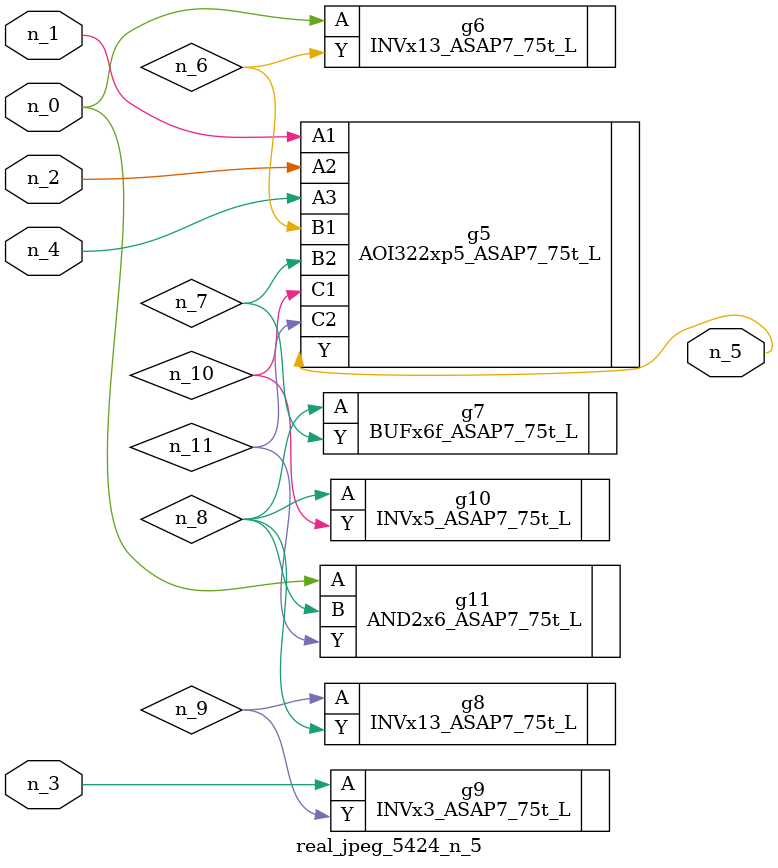
<source format=v>
module real_jpeg_5424_n_5 (n_4, n_0, n_1, n_2, n_3, n_5);

input n_4;
input n_0;
input n_1;
input n_2;
input n_3;

output n_5;

wire n_8;
wire n_11;
wire n_6;
wire n_7;
wire n_10;
wire n_9;

INVx13_ASAP7_75t_L g6 ( 
.A(n_0),
.Y(n_6)
);

AND2x6_ASAP7_75t_L g11 ( 
.A(n_0),
.B(n_8),
.Y(n_11)
);

AOI322xp5_ASAP7_75t_L g5 ( 
.A1(n_1),
.A2(n_2),
.A3(n_4),
.B1(n_6),
.B2(n_7),
.C1(n_10),
.C2(n_11),
.Y(n_5)
);

INVx3_ASAP7_75t_L g9 ( 
.A(n_3),
.Y(n_9)
);

BUFx6f_ASAP7_75t_L g7 ( 
.A(n_8),
.Y(n_7)
);

INVx5_ASAP7_75t_L g10 ( 
.A(n_8),
.Y(n_10)
);

INVx13_ASAP7_75t_L g8 ( 
.A(n_9),
.Y(n_8)
);


endmodule
</source>
